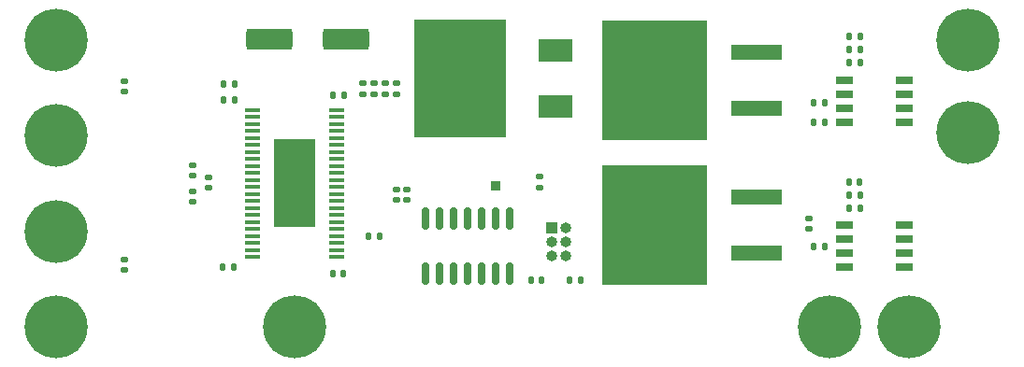
<source format=gbr>
%TF.GenerationSoftware,KiCad,Pcbnew,8.0.1*%
%TF.CreationDate,2024-04-29T22:00:12+02:00*%
%TF.ProjectId,ECU_proj,4543555f-7072-46f6-9a2e-6b696361645f,rev?*%
%TF.SameCoordinates,Original*%
%TF.FileFunction,Soldermask,Top*%
%TF.FilePolarity,Negative*%
%FSLAX46Y46*%
G04 Gerber Fmt 4.6, Leading zero omitted, Abs format (unit mm)*
G04 Created by KiCad (PCBNEW 8.0.1) date 2024-04-29 22:00:12*
%MOMM*%
%LPD*%
G01*
G04 APERTURE LIST*
G04 Aperture macros list*
%AMRoundRect*
0 Rectangle with rounded corners*
0 $1 Rounding radius*
0 $2 $3 $4 $5 $6 $7 $8 $9 X,Y pos of 4 corners*
0 Add a 4 corners polygon primitive as box body*
4,1,4,$2,$3,$4,$5,$6,$7,$8,$9,$2,$3,0*
0 Add four circle primitives for the rounded corners*
1,1,$1+$1,$2,$3*
1,1,$1+$1,$4,$5*
1,1,$1+$1,$6,$7*
1,1,$1+$1,$8,$9*
0 Add four rect primitives between the rounded corners*
20,1,$1+$1,$2,$3,$4,$5,0*
20,1,$1+$1,$4,$5,$6,$7,0*
20,1,$1+$1,$6,$7,$8,$9,0*
20,1,$1+$1,$8,$9,$2,$3,0*%
G04 Aperture macros list end*
%ADD10RoundRect,0.147500X0.172500X-0.147500X0.172500X0.147500X-0.172500X0.147500X-0.172500X-0.147500X0*%
%ADD11C,3.600000*%
%ADD12C,5.700000*%
%ADD13RoundRect,0.140000X0.140000X0.170000X-0.140000X0.170000X-0.140000X-0.170000X0.140000X-0.170000X0*%
%ADD14R,4.600000X1.350000*%
%ADD15R,9.500000X10.900000*%
%ADD16RoundRect,0.150000X0.150000X-0.825000X0.150000X0.825000X-0.150000X0.825000X-0.150000X-0.825000X0*%
%ADD17RoundRect,0.140000X0.170000X-0.140000X0.170000X0.140000X-0.170000X0.140000X-0.170000X-0.140000X0*%
%ADD18RoundRect,0.140000X-0.140000X-0.170000X0.140000X-0.170000X0.140000X0.170000X-0.140000X0.170000X0*%
%ADD19RoundRect,0.140000X-0.170000X0.140000X-0.170000X-0.140000X0.170000X-0.140000X0.170000X0.140000X0*%
%ADD20R,1.000000X1.000000*%
%ADD21O,1.000000X1.000000*%
%ADD22R,1.550000X0.700000*%
%ADD23RoundRect,0.250000X-1.825000X-0.700000X1.825000X-0.700000X1.825000X0.700000X-1.825000X0.700000X0*%
%ADD24R,3.050000X2.030000*%
%ADD25R,8.380000X10.660000*%
%ADD26R,1.475000X0.435000*%
%ADD27R,3.800000X8.000000*%
%ADD28R,0.850000X0.850000*%
G04 APERTURE END LIST*
D10*
%TO.C,D2*%
X147000000Y-72000000D03*
X147000000Y-72970000D03*
%TD*%
D11*
%TO.C,J1*%
X103200000Y-59600000D03*
D12*
X103200000Y-59600000D03*
%TD*%
D13*
%TO.C,C12*%
X176000000Y-61645000D03*
X175040000Y-61645000D03*
%TD*%
D14*
%TO.C,Q1*%
X166600000Y-78925000D03*
D15*
X157450000Y-76385000D03*
D14*
X166600000Y-73845000D03*
%TD*%
D13*
%TO.C,C13*%
X176000000Y-73645000D03*
X175040000Y-73645000D03*
%TD*%
D11*
%TO.C,J9*%
X185800000Y-68000000D03*
D12*
X185800000Y-68000000D03*
%TD*%
D16*
%TO.C,U1*%
X136650000Y-80750000D03*
X137920000Y-80750000D03*
X139190000Y-80750000D03*
X140460000Y-80750000D03*
X141730000Y-80750000D03*
X143000000Y-80750000D03*
X144270000Y-80750000D03*
X144270000Y-75800000D03*
X143000000Y-75800000D03*
X141730000Y-75800000D03*
X140460000Y-75800000D03*
X139190000Y-75800000D03*
X137920000Y-75800000D03*
X136650000Y-75800000D03*
%TD*%
D14*
%TO.C,Q2*%
X166600000Y-65785000D03*
D15*
X157450000Y-63245000D03*
D14*
X166600000Y-60705000D03*
%TD*%
D13*
%TO.C,C23*%
X129210000Y-80750000D03*
X128250000Y-80750000D03*
%TD*%
%TO.C,C14*%
X176000000Y-74845000D03*
X175040000Y-74845000D03*
%TD*%
D17*
%TO.C,C17*%
X132000000Y-64480000D03*
X132000000Y-63520000D03*
%TD*%
D18*
%TO.C,C11*%
X175040000Y-59245000D03*
X176000000Y-59245000D03*
%TD*%
D19*
%TO.C,R6*%
X135000000Y-73120000D03*
X135000000Y-74080000D03*
%TD*%
D20*
%TO.C,J10*%
X148130000Y-76660000D03*
D21*
X149400000Y-76660000D03*
X148130000Y-77930000D03*
X149400000Y-77930000D03*
X148130000Y-79200000D03*
X149400000Y-79200000D03*
%TD*%
D13*
%TO.C,C20*%
X150680000Y-81400000D03*
X149720000Y-81400000D03*
%TD*%
D18*
%TO.C,C5*%
X118320000Y-80200000D03*
X119280000Y-80200000D03*
%TD*%
D11*
%TO.C,J2*%
X103200000Y-68266666D03*
D12*
X103200000Y-68266666D03*
%TD*%
D19*
%TO.C,C8*%
X109400000Y-79520000D03*
X109400000Y-80480000D03*
%TD*%
D11*
%TO.C,J5*%
X180400000Y-85600000D03*
D12*
X180400000Y-85600000D03*
%TD*%
D11*
%TO.C,J7*%
X173200000Y-85600000D03*
D12*
X173200000Y-85600000D03*
%TD*%
D17*
%TO.C,C1*%
X117000000Y-73000000D03*
X117000000Y-72040000D03*
%TD*%
D18*
%TO.C,C15*%
X175000000Y-72445000D03*
X175960000Y-72445000D03*
%TD*%
D22*
%TO.C,IC2*%
X180000000Y-67055000D03*
X180000000Y-65785000D03*
X180000000Y-64515000D03*
X180000000Y-63245000D03*
X174600000Y-63245000D03*
X174600000Y-64515000D03*
X174600000Y-65785000D03*
X174600000Y-67055000D03*
%TD*%
D13*
%TO.C,C3*%
X119360000Y-65000000D03*
X118400000Y-65000000D03*
%TD*%
D23*
%TO.C,C22*%
X122525000Y-59500000D03*
X129475000Y-59500000D03*
%TD*%
D17*
%TO.C,C16*%
X131000000Y-64480000D03*
X131000000Y-63520000D03*
%TD*%
D11*
%TO.C,J3*%
X103200000Y-76933332D03*
D12*
X103200000Y-76933332D03*
%TD*%
D13*
%TO.C,C9*%
X129280000Y-64600000D03*
X128320000Y-64600000D03*
%TD*%
D11*
%TO.C,J4*%
X103200000Y-85600000D03*
D12*
X103200000Y-85600000D03*
%TD*%
D19*
%TO.C,C7*%
X109400000Y-63320000D03*
X109400000Y-64280000D03*
%TD*%
D24*
%TO.C,D1*%
X148400000Y-65645000D03*
X148400000Y-60565000D03*
D25*
X139785000Y-63105000D03*
%TD*%
D11*
%TO.C,J8*%
X185800000Y-59600000D03*
D12*
X185800000Y-59600000D03*
%TD*%
D13*
%TO.C,C10*%
X176000000Y-60445000D03*
X175040000Y-60445000D03*
%TD*%
D17*
%TO.C,C19*%
X134000000Y-64480000D03*
X134000000Y-63520000D03*
%TD*%
%TO.C,C4*%
X115600000Y-74280000D03*
X115600000Y-73320000D03*
%TD*%
D13*
%TO.C,R3*%
X172800000Y-78340000D03*
X171840000Y-78340000D03*
%TD*%
D26*
%TO.C,IC1*%
X121024000Y-65930000D03*
X121024000Y-66566000D03*
X121024000Y-67200000D03*
X121024000Y-67836000D03*
X121024000Y-68470000D03*
X121024000Y-69106000D03*
X121024000Y-69740000D03*
X121024000Y-70376000D03*
X121024000Y-71010000D03*
X121024000Y-71646000D03*
X121024000Y-72280000D03*
X121024000Y-72916000D03*
X121024000Y-73550000D03*
X121024000Y-74186000D03*
X121024000Y-74820000D03*
X121024000Y-75456000D03*
X121024000Y-76090000D03*
X121024000Y-76726000D03*
X121024000Y-77360000D03*
X121024000Y-77996000D03*
X121024000Y-78630000D03*
X121024000Y-79266000D03*
X128600000Y-79266000D03*
X128600000Y-78630000D03*
X128600000Y-77996000D03*
X128600000Y-77360000D03*
X128600000Y-76726000D03*
X128600000Y-76090000D03*
X128600000Y-75456000D03*
X128600000Y-74820000D03*
X128600000Y-74186000D03*
X128600000Y-73550000D03*
X128600000Y-72916000D03*
X128600000Y-72280000D03*
X128600000Y-71646000D03*
X128600000Y-71010000D03*
X128600000Y-70376000D03*
X128600000Y-69740000D03*
X128600000Y-69106000D03*
X128600000Y-68470000D03*
X128600000Y-67836000D03*
X128600000Y-67200000D03*
X128600000Y-66566000D03*
X128600000Y-65930000D03*
D27*
X124812000Y-72598000D03*
%TD*%
D22*
%TO.C,IC3*%
X180000000Y-80150000D03*
X180000000Y-78880000D03*
X180000000Y-77610000D03*
X180000000Y-76340000D03*
X174600000Y-76340000D03*
X174600000Y-77610000D03*
X174600000Y-78880000D03*
X174600000Y-80150000D03*
%TD*%
D17*
%TO.C,C18*%
X133000000Y-64480000D03*
X133000000Y-63520000D03*
%TD*%
%TO.C,C2*%
X115600000Y-71880000D03*
X115600000Y-70920000D03*
%TD*%
D13*
%TO.C,R1*%
X172800000Y-65245000D03*
X171840000Y-65245000D03*
%TD*%
D19*
%TO.C,R5*%
X134000000Y-73120000D03*
X134000000Y-74080000D03*
%TD*%
D18*
%TO.C,C21*%
X146240000Y-81400000D03*
X147200000Y-81400000D03*
%TD*%
D28*
%TO.C,J11*%
X143000000Y-72800000D03*
%TD*%
D11*
%TO.C,J6*%
X124812000Y-85600000D03*
D12*
X124812000Y-85600000D03*
%TD*%
D18*
%TO.C,C6*%
X118400000Y-63600000D03*
X119360000Y-63600000D03*
%TD*%
%TO.C,R2*%
X171840000Y-67045000D03*
X172800000Y-67045000D03*
%TD*%
D17*
%TO.C,R4*%
X171400000Y-76725000D03*
X171400000Y-75765000D03*
%TD*%
D13*
%TO.C,R7*%
X132480000Y-77400000D03*
X131520000Y-77400000D03*
%TD*%
M02*

</source>
